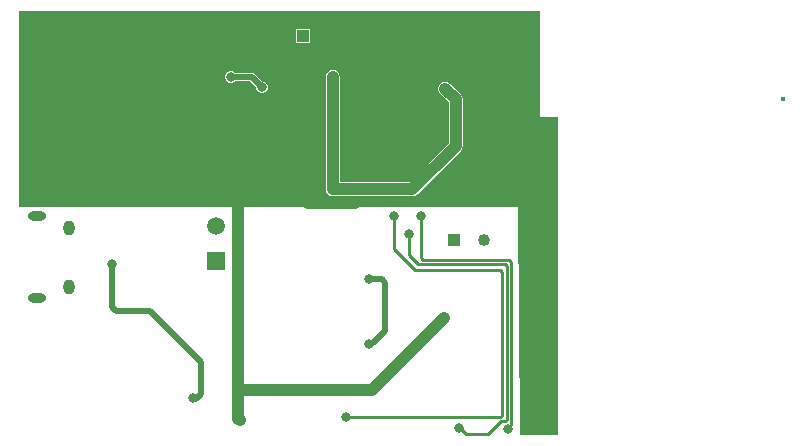
<source format=gbr>
G04*
G04 #@! TF.GenerationSoftware,Altium Limited,Altium Designer,24.8.2 (39)*
G04*
G04 Layer_Physical_Order=2*
G04 Layer_Color=16711680*
%FSLAX44Y44*%
%MOMM*%
G71*
G04*
G04 #@! TF.SameCoordinates,090D7C54-D181-4F83-8BE1-2E2D76EF1379*
G04*
G04*
G04 #@! TF.FilePolarity,Positive*
G04*
G01*
G75*
%ADD84C,1.0000*%
%ADD85C,0.5000*%
%ADD86C,0.2500*%
%ADD92C,1.5200*%
%ADD93R,1.5200X1.5200*%
%ADD94O,0.9500X1.3000*%
%ADD95O,1.5500X0.7750*%
%ADD96R,1.0100X1.0100*%
%ADD97C,1.0100*%
%ADD98C,0.4000*%
%ADD99C,0.8000*%
G36*
X435610Y290830D02*
X450850D01*
Y21590D01*
X418863D01*
X417382Y214630D01*
X-5080D01*
Y381000D01*
X435610D01*
Y290830D01*
D02*
G37*
%LPC*%
G36*
X240900Y365360D02*
X229000D01*
Y353460D01*
X240900D01*
Y365360D01*
D02*
G37*
G36*
X174965Y330020D02*
X173015D01*
X171214Y329274D01*
X169836Y327896D01*
X169090Y326095D01*
Y324145D01*
X169836Y322344D01*
X171214Y320966D01*
X173015Y320220D01*
X174965D01*
X176766Y320966D01*
X177453Y321653D01*
X190334D01*
X195760Y316227D01*
Y315255D01*
X196506Y313454D01*
X197884Y312076D01*
X199685Y311330D01*
X201635D01*
X203436Y312076D01*
X204814Y313454D01*
X205560Y315255D01*
Y317205D01*
X204814Y319006D01*
X203436Y320384D01*
X201635Y321130D01*
X200662D01*
X194221Y327571D01*
X193097Y328323D01*
X191770Y328587D01*
X177453D01*
X176766Y329274D01*
X174965Y330020D01*
D02*
G37*
G36*
X260350Y331136D02*
X258048Y330678D01*
X256096Y329374D01*
X254792Y327422D01*
X254334Y325120D01*
Y229870D01*
X254792Y227568D01*
X256096Y225616D01*
X258048Y224312D01*
X260350Y223854D01*
X327935D01*
X330238Y224312D01*
X332189Y225616D01*
X368744Y262171D01*
X370048Y264122D01*
X370506Y266425D01*
Y299308D01*
Y306070D01*
X370048Y308372D01*
X368744Y310324D01*
X359854Y319214D01*
X357902Y320518D01*
X355600Y320976D01*
X353298Y320518D01*
X351346Y319214D01*
X350042Y317262D01*
X349584Y314960D01*
X350042Y312658D01*
X351346Y310706D01*
X358474Y303578D01*
Y299308D01*
Y268916D01*
X325444Y235886D01*
X266366D01*
Y325120D01*
X265908Y327422D01*
X264604Y329374D01*
X262652Y330678D01*
X260350Y331136D01*
D02*
G37*
%LPD*%
D84*
X81280Y280670D02*
X88900D01*
X109220Y300990D01*
X355600Y314960D02*
X364490Y306070D01*
Y299308D02*
Y306070D01*
X398475Y373860D02*
X414411Y357925D01*
X389890Y373860D02*
X398475D01*
X337030D02*
X389890D01*
Y299720D02*
Y373860D01*
Y232410D02*
Y299720D01*
X400050Y222250D02*
X420370Y242570D01*
X389890Y232410D02*
X400050Y222250D01*
X414411Y349641D02*
Y357925D01*
X414020Y349250D02*
X414411Y349641D01*
X233680Y323850D02*
Y326390D01*
Y297660D02*
Y323850D01*
X271780Y295910D02*
Y353060D01*
X283210Y364490D02*
X292100Y373380D01*
X271780Y353060D02*
X283210Y364490D01*
X335280Y372110D02*
X337030Y373860D01*
X334010Y373380D02*
X335280Y372110D01*
X292100Y373380D02*
X334010D01*
X233680Y326390D02*
X259080Y351790D01*
X260350Y229870D02*
Y325120D01*
X31750Y358140D02*
X62110Y327780D01*
X109100D01*
X327935Y229870D02*
X364490Y266425D01*
Y299308D01*
X260350Y229870D02*
X327935D01*
X233680Y254000D02*
Y294640D01*
Y224298D02*
Y254000D01*
X145260Y295120D02*
X233680D01*
Y224298D02*
X239538Y218440D01*
X279400D01*
X180340Y208280D02*
Y233680D01*
Y59690D02*
Y208280D01*
X115078Y295132D02*
X144288D01*
X144780Y294640D01*
Y269240D02*
X180340Y233680D01*
X144780Y294640D02*
X145260Y295120D01*
X144780Y269240D02*
Y294640D01*
X109220Y300990D02*
X115078Y295132D01*
X109100Y327780D02*
X109220Y327660D01*
X293370Y59690D02*
X354330Y120650D01*
X180340Y59690D02*
X293370D01*
X109220Y300990D02*
Y327660D01*
X180340Y35560D02*
Y59690D01*
Y35560D02*
X181610Y34290D01*
D85*
X141544Y52644D02*
X144735D01*
X191770Y325120D02*
X200660Y316230D01*
X173990Y325120D02*
X191770D01*
X291404Y99634D02*
X294537D01*
X290830Y99060D02*
X291404Y99634D01*
X290830Y153670D02*
X301871D01*
X304800Y150741D01*
Y109897D02*
Y150741D01*
X294537Y99634D02*
X304800Y109897D01*
X144735Y52644D02*
X148590Y56499D01*
Y83820D01*
X141544Y52644D02*
X142240Y53340D01*
X73660Y129929D02*
Y166370D01*
X76589Y127000D02*
X105410D01*
X148590Y83820D01*
X73660Y129929D02*
X76589Y127000D01*
D86*
X312420Y179070D02*
X330200Y161290D01*
X312420Y179070D02*
Y207010D01*
X325120Y174184D02*
Y191770D01*
X335280Y171644D02*
Y207010D01*
X325120Y174184D02*
X332934Y166370D01*
X336744Y170180D02*
X410015D01*
X408940Y28158D02*
X411480Y30698D01*
Y168715D01*
X410015Y170180D02*
X411480Y168715D01*
X408940Y26670D02*
Y28158D01*
X407670Y34906D02*
Y164905D01*
X402564Y33441D02*
X406205D01*
X332934Y166370D02*
X406205D01*
Y33441D02*
X407670Y34906D01*
X406205Y166370D02*
X407670Y164905D01*
X322169Y36841D02*
X402396D01*
X330200Y161290D02*
X402396D01*
Y36841D02*
X403860Y38306D01*
Y159825D01*
X402396Y161290D02*
X403860Y159825D01*
X271780Y36830D02*
X322158D01*
X322169Y36841D01*
X367030Y27940D02*
X367830D01*
X364490Y299308D02*
X364960Y298838D01*
X335280Y171644D02*
X336744Y170180D01*
X372910Y22860D02*
X391983D01*
X367830Y27940D02*
X372910Y22860D01*
X391983D02*
X402564Y33441D01*
D92*
X161290Y198910D02*
D03*
D93*
Y168910D02*
D03*
D94*
X37160Y147560D02*
D03*
Y197560D02*
D03*
D95*
X10160Y137560D02*
D03*
Y207560D02*
D03*
D96*
X363220Y186690D02*
D03*
X234950Y359410D02*
D03*
D97*
X388620Y186690D02*
D03*
X209550Y359410D02*
D03*
D98*
X151130Y228600D02*
D03*
X222250Y334010D02*
D03*
X214630Y341630D02*
D03*
X142240Y236220D02*
D03*
X135890Y242570D02*
D03*
X226060Y262890D02*
D03*
X641350Y306070D02*
D03*
X424180Y26670D02*
D03*
X431800D02*
D03*
X424180Y34290D02*
D03*
X431800D02*
D03*
X424180Y41910D02*
D03*
X431800D02*
D03*
X424180Y49530D02*
D03*
X431800D02*
D03*
X424180Y57150D02*
D03*
X431800D02*
D03*
X424180Y64770D02*
D03*
X431800D02*
D03*
X424180Y72390D02*
D03*
X431800D02*
D03*
X424180Y80010D02*
D03*
X431800D02*
D03*
X424180Y87630D02*
D03*
X431800D02*
D03*
X424180Y95250D02*
D03*
X431800D02*
D03*
X424180Y102870D02*
D03*
X431800D02*
D03*
X424180Y110490D02*
D03*
X431800D02*
D03*
X424180Y118110D02*
D03*
X431800D02*
D03*
X424180Y125730D02*
D03*
X431800D02*
D03*
X424180Y133350D02*
D03*
X431800D02*
D03*
X424180Y140970D02*
D03*
X431800D02*
D03*
X424180Y148590D02*
D03*
X431800D02*
D03*
X424180Y156210D02*
D03*
X431800D02*
D03*
X424180Y163830D02*
D03*
X431800D02*
D03*
X424180Y171450D02*
D03*
X431800D02*
D03*
X424180Y179070D02*
D03*
X431800D02*
D03*
X424180Y186690D02*
D03*
X431800D02*
D03*
X424180Y194310D02*
D03*
X431800D02*
D03*
X424180Y201930D02*
D03*
X431800D02*
D03*
X445770Y229870D02*
D03*
D03*
X431800Y209550D02*
D03*
X424180D02*
D03*
X416560Y217170D02*
D03*
X408940D02*
D03*
X401320D02*
D03*
Y224790D02*
D03*
X408940D02*
D03*
X416560D02*
D03*
X424180Y217170D02*
D03*
Y224790D02*
D03*
Y232410D02*
D03*
Y240030D02*
D03*
Y247650D02*
D03*
Y255270D02*
D03*
Y262890D02*
D03*
Y270510D02*
D03*
Y278130D02*
D03*
Y358140D02*
D03*
Y350520D02*
D03*
Y342900D02*
D03*
Y335280D02*
D03*
Y327660D02*
D03*
Y320040D02*
D03*
X386080Y373380D02*
D03*
X393700D02*
D03*
X401320D02*
D03*
X408940Y365760D02*
D03*
X416560D02*
D03*
X408940Y373380D02*
D03*
X416560D02*
D03*
X424180Y365760D02*
D03*
Y373380D02*
D03*
X431800D02*
D03*
Y365760D02*
D03*
Y358140D02*
D03*
Y350520D02*
D03*
Y217170D02*
D03*
Y224790D02*
D03*
Y232410D02*
D03*
Y240030D02*
D03*
Y247650D02*
D03*
X424180Y285750D02*
D03*
Y312420D02*
D03*
X431800Y342900D02*
D03*
Y335280D02*
D03*
Y327660D02*
D03*
Y320040D02*
D03*
Y312420D02*
D03*
Y255270D02*
D03*
Y262890D02*
D03*
Y270510D02*
D03*
Y278130D02*
D03*
Y285750D02*
D03*
D99*
X81280Y280670D02*
D03*
X312420Y207010D02*
D03*
X325120Y191770D02*
D03*
X332740Y270510D02*
D03*
Y257810D02*
D03*
X321310D02*
D03*
X309880D02*
D03*
X298450D02*
D03*
X332740Y294640D02*
D03*
X309880D02*
D03*
X298450D02*
D03*
X335280Y207010D02*
D03*
X355600Y314960D02*
D03*
X367030Y27940D02*
D03*
X408940Y26670D02*
D03*
X321310Y270510D02*
D03*
X309880D02*
D03*
X298450D02*
D03*
X332740Y281940D02*
D03*
X321310D02*
D03*
X309880D02*
D03*
X298450D02*
D03*
X321310Y294640D02*
D03*
X271780Y295910D02*
D03*
X233680Y323850D02*
D03*
X259080Y351790D02*
D03*
X260350Y325120D02*
D03*
X389890Y299720D02*
D03*
X260350Y229870D02*
D03*
X200660Y316230D02*
D03*
X173990Y325120D02*
D03*
X144780Y294640D02*
D03*
X109100Y327780D02*
D03*
X233680Y254000D02*
D03*
X279400Y218440D02*
D03*
X354330Y120650D02*
D03*
X31750Y358140D02*
D03*
X180340Y208280D02*
D03*
X290830Y99060D02*
D03*
X271780Y36830D02*
D03*
X290830Y153670D02*
D03*
X181610Y34290D02*
D03*
X335280Y372110D02*
D03*
X414020Y349250D02*
D03*
X283210Y364490D02*
D03*
X142240Y53340D02*
D03*
X73660Y166370D02*
D03*
M02*

</source>
